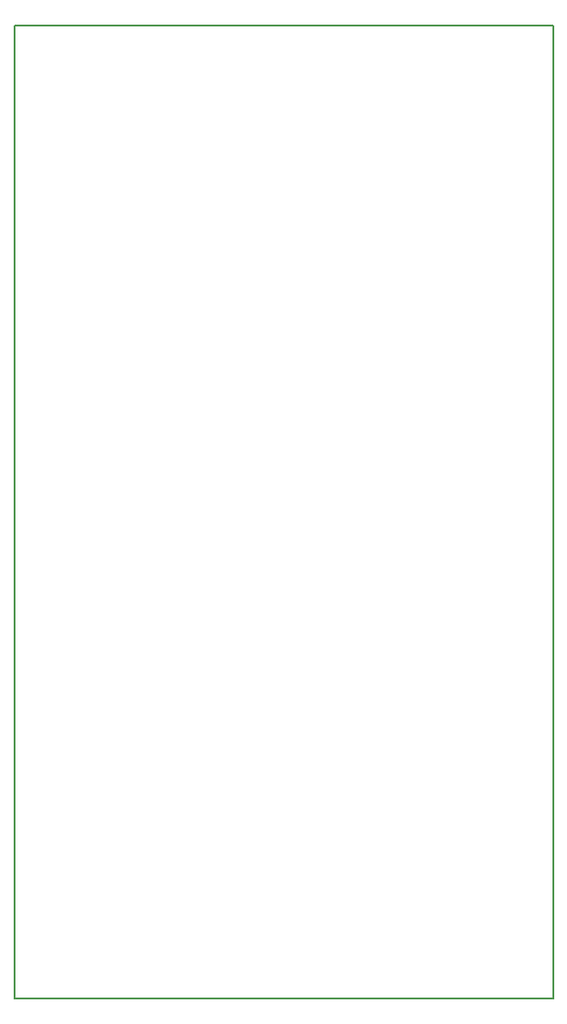
<source format=gbr>
G04 (created by PCBNEW (2013-04-04 BZR 4007)-stable) date Птн 19 Апр 2013 16:48:21*
%MOIN*%
G04 Gerber Fmt 3.4, Leading zero omitted, Abs format*
%FSLAX34Y34*%
G01*
G70*
G90*
G04 APERTURE LIST*
%ADD10C,0.006*%
%ADD11C,0.00590551*%
G04 APERTURE END LIST*
G54D10*
G54D11*
X34330Y-20019D02*
X34409Y-20019D01*
X54035Y-20019D02*
X34330Y-20019D01*
X34330Y-55610D02*
X54035Y-55610D01*
X54035Y-20019D02*
X54035Y-55551D01*
X34330Y-55551D02*
X34330Y-20019D01*
M02*

</source>
